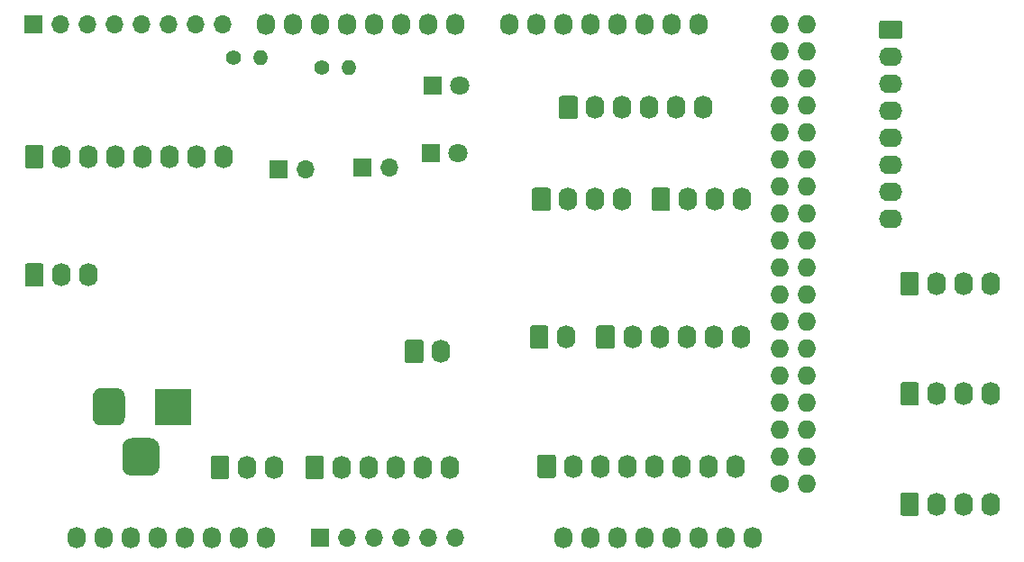
<source format=gbr>
G04 #@! TF.GenerationSoftware,KiCad,Pcbnew,(5.1.5-0-10_14)*
G04 #@! TF.CreationDate,2021-11-28T08:23:08+10:00*
G04 #@! TF.ProjectId,Hornet Forward Output Shield,486f726e-6574-4204-966f-727761726420,rev?*
G04 #@! TF.SameCoordinates,Original*
G04 #@! TF.FileFunction,Soldermask,Top*
G04 #@! TF.FilePolarity,Negative*
%FSLAX46Y46*%
G04 Gerber Fmt 4.6, Leading zero omitted, Abs format (unit mm)*
G04 Created by KiCad (PCBNEW (5.1.5-0-10_14)) date 2021-11-28 08:23:08*
%MOMM*%
%LPD*%
G04 APERTURE LIST*
%ADD10O,1.740000X2.200000*%
%ADD11C,0.100000*%
%ADD12R,3.500000X3.500000*%
%ADD13O,1.700000X1.700000*%
%ADD14R,1.700000X1.700000*%
%ADD15O,2.200000X1.740000*%
%ADD16C,1.400000*%
%ADD17O,1.400000X1.400000*%
%ADD18C,1.800000*%
%ADD19R,1.800000X1.800000*%
%ADD20C,1.727200*%
%ADD21O,1.727200X1.727200*%
%ADD22O,1.727200X2.032000*%
G04 APERTURE END LIST*
D10*
X149860000Y-112522000D03*
X147320000Y-112522000D03*
D11*
G36*
X145424505Y-111423204D02*
G01*
X145448773Y-111426804D01*
X145472572Y-111432765D01*
X145495671Y-111441030D01*
X145517850Y-111451520D01*
X145538893Y-111464132D01*
X145558599Y-111478747D01*
X145576777Y-111495223D01*
X145593253Y-111513401D01*
X145607868Y-111533107D01*
X145620480Y-111554150D01*
X145630970Y-111576329D01*
X145639235Y-111599428D01*
X145645196Y-111623227D01*
X145648796Y-111647495D01*
X145650000Y-111671999D01*
X145650000Y-113372001D01*
X145648796Y-113396505D01*
X145645196Y-113420773D01*
X145639235Y-113444572D01*
X145630970Y-113467671D01*
X145620480Y-113489850D01*
X145607868Y-113510893D01*
X145593253Y-113530599D01*
X145576777Y-113548777D01*
X145558599Y-113565253D01*
X145538893Y-113579868D01*
X145517850Y-113592480D01*
X145495671Y-113602970D01*
X145472572Y-113611235D01*
X145448773Y-113617196D01*
X145424505Y-113620796D01*
X145400001Y-113622000D01*
X144159999Y-113622000D01*
X144135495Y-113620796D01*
X144111227Y-113617196D01*
X144087428Y-113611235D01*
X144064329Y-113602970D01*
X144042150Y-113592480D01*
X144021107Y-113579868D01*
X144001401Y-113565253D01*
X143983223Y-113548777D01*
X143966747Y-113530599D01*
X143952132Y-113510893D01*
X143939520Y-113489850D01*
X143929030Y-113467671D01*
X143920765Y-113444572D01*
X143914804Y-113420773D01*
X143911204Y-113396505D01*
X143910000Y-113372001D01*
X143910000Y-111671999D01*
X143911204Y-111647495D01*
X143914804Y-111623227D01*
X143920765Y-111599428D01*
X143929030Y-111576329D01*
X143939520Y-111554150D01*
X143952132Y-111533107D01*
X143966747Y-111513401D01*
X143983223Y-111495223D01*
X144001401Y-111478747D01*
X144021107Y-111464132D01*
X144042150Y-111451520D01*
X144064329Y-111441030D01*
X144087428Y-111432765D01*
X144111227Y-111426804D01*
X144135495Y-111423204D01*
X144159999Y-111422000D01*
X145400001Y-111422000D01*
X145424505Y-111423204D01*
G37*
D10*
X166370000Y-112522000D03*
X163830000Y-112522000D03*
X161290000Y-112522000D03*
X158750000Y-112522000D03*
X156210000Y-112522000D03*
D11*
G36*
X154314505Y-111423204D02*
G01*
X154338773Y-111426804D01*
X154362572Y-111432765D01*
X154385671Y-111441030D01*
X154407850Y-111451520D01*
X154428893Y-111464132D01*
X154448599Y-111478747D01*
X154466777Y-111495223D01*
X154483253Y-111513401D01*
X154497868Y-111533107D01*
X154510480Y-111554150D01*
X154520970Y-111576329D01*
X154529235Y-111599428D01*
X154535196Y-111623227D01*
X154538796Y-111647495D01*
X154540000Y-111671999D01*
X154540000Y-113372001D01*
X154538796Y-113396505D01*
X154535196Y-113420773D01*
X154529235Y-113444572D01*
X154520970Y-113467671D01*
X154510480Y-113489850D01*
X154497868Y-113510893D01*
X154483253Y-113530599D01*
X154466777Y-113548777D01*
X154448599Y-113565253D01*
X154428893Y-113579868D01*
X154407850Y-113592480D01*
X154385671Y-113602970D01*
X154362572Y-113611235D01*
X154338773Y-113617196D01*
X154314505Y-113620796D01*
X154290001Y-113622000D01*
X153049999Y-113622000D01*
X153025495Y-113620796D01*
X153001227Y-113617196D01*
X152977428Y-113611235D01*
X152954329Y-113602970D01*
X152932150Y-113592480D01*
X152911107Y-113579868D01*
X152891401Y-113565253D01*
X152873223Y-113548777D01*
X152856747Y-113530599D01*
X152842132Y-113510893D01*
X152829520Y-113489850D01*
X152819030Y-113467671D01*
X152810765Y-113444572D01*
X152804804Y-113420773D01*
X152801204Y-113396505D01*
X152800000Y-113372001D01*
X152800000Y-111671999D01*
X152801204Y-111647495D01*
X152804804Y-111623227D01*
X152810765Y-111599428D01*
X152819030Y-111576329D01*
X152829520Y-111554150D01*
X152842132Y-111533107D01*
X152856747Y-111513401D01*
X152873223Y-111495223D01*
X152891401Y-111478747D01*
X152911107Y-111464132D01*
X152932150Y-111451520D01*
X152954329Y-111441030D01*
X152977428Y-111432765D01*
X153001227Y-111426804D01*
X153025495Y-111423204D01*
X153049999Y-111422000D01*
X154290001Y-111422000D01*
X154314505Y-111423204D01*
G37*
D10*
X165544000Y-101600000D03*
D11*
G36*
X163648505Y-100501204D02*
G01*
X163672773Y-100504804D01*
X163696572Y-100510765D01*
X163719671Y-100519030D01*
X163741850Y-100529520D01*
X163762893Y-100542132D01*
X163782599Y-100556747D01*
X163800777Y-100573223D01*
X163817253Y-100591401D01*
X163831868Y-100611107D01*
X163844480Y-100632150D01*
X163854970Y-100654329D01*
X163863235Y-100677428D01*
X163869196Y-100701227D01*
X163872796Y-100725495D01*
X163874000Y-100749999D01*
X163874000Y-102450001D01*
X163872796Y-102474505D01*
X163869196Y-102498773D01*
X163863235Y-102522572D01*
X163854970Y-102545671D01*
X163844480Y-102567850D01*
X163831868Y-102588893D01*
X163817253Y-102608599D01*
X163800777Y-102626777D01*
X163782599Y-102643253D01*
X163762893Y-102657868D01*
X163741850Y-102670480D01*
X163719671Y-102680970D01*
X163696572Y-102689235D01*
X163672773Y-102695196D01*
X163648505Y-102698796D01*
X163624001Y-102700000D01*
X162383999Y-102700000D01*
X162359495Y-102698796D01*
X162335227Y-102695196D01*
X162311428Y-102689235D01*
X162288329Y-102680970D01*
X162266150Y-102670480D01*
X162245107Y-102657868D01*
X162225401Y-102643253D01*
X162207223Y-102626777D01*
X162190747Y-102608599D01*
X162176132Y-102588893D01*
X162163520Y-102567850D01*
X162153030Y-102545671D01*
X162144765Y-102522572D01*
X162138804Y-102498773D01*
X162135204Y-102474505D01*
X162134000Y-102450001D01*
X162134000Y-100749999D01*
X162135204Y-100725495D01*
X162138804Y-100701227D01*
X162144765Y-100677428D01*
X162153030Y-100654329D01*
X162163520Y-100632150D01*
X162176132Y-100611107D01*
X162190747Y-100591401D01*
X162207223Y-100573223D01*
X162225401Y-100556747D01*
X162245107Y-100542132D01*
X162266150Y-100529520D01*
X162288329Y-100519030D01*
X162311428Y-100510765D01*
X162335227Y-100504804D01*
X162359495Y-100501204D01*
X162383999Y-100500000D01*
X163624001Y-100500000D01*
X163648505Y-100501204D01*
G37*
D10*
X145098000Y-83312000D03*
X142558000Y-83312000D03*
X140018000Y-83312000D03*
X137478000Y-83312000D03*
X134938000Y-83312000D03*
X132398000Y-83312000D03*
X129858000Y-83312000D03*
D11*
G36*
X127962505Y-82213204D02*
G01*
X127986773Y-82216804D01*
X128010572Y-82222765D01*
X128033671Y-82231030D01*
X128055850Y-82241520D01*
X128076893Y-82254132D01*
X128096599Y-82268747D01*
X128114777Y-82285223D01*
X128131253Y-82303401D01*
X128145868Y-82323107D01*
X128158480Y-82344150D01*
X128168970Y-82366329D01*
X128177235Y-82389428D01*
X128183196Y-82413227D01*
X128186796Y-82437495D01*
X128188000Y-82461999D01*
X128188000Y-84162001D01*
X128186796Y-84186505D01*
X128183196Y-84210773D01*
X128177235Y-84234572D01*
X128168970Y-84257671D01*
X128158480Y-84279850D01*
X128145868Y-84300893D01*
X128131253Y-84320599D01*
X128114777Y-84338777D01*
X128096599Y-84355253D01*
X128076893Y-84369868D01*
X128055850Y-84382480D01*
X128033671Y-84392970D01*
X128010572Y-84401235D01*
X127986773Y-84407196D01*
X127962505Y-84410796D01*
X127938001Y-84412000D01*
X126697999Y-84412000D01*
X126673495Y-84410796D01*
X126649227Y-84407196D01*
X126625428Y-84401235D01*
X126602329Y-84392970D01*
X126580150Y-84382480D01*
X126559107Y-84369868D01*
X126539401Y-84355253D01*
X126521223Y-84338777D01*
X126504747Y-84320599D01*
X126490132Y-84300893D01*
X126477520Y-84279850D01*
X126467030Y-84257671D01*
X126458765Y-84234572D01*
X126452804Y-84210773D01*
X126449204Y-84186505D01*
X126448000Y-84162001D01*
X126448000Y-82461999D01*
X126449204Y-82437495D01*
X126452804Y-82413227D01*
X126458765Y-82389428D01*
X126467030Y-82366329D01*
X126477520Y-82344150D01*
X126490132Y-82323107D01*
X126504747Y-82303401D01*
X126521223Y-82285223D01*
X126539401Y-82268747D01*
X126559107Y-82254132D01*
X126580150Y-82241520D01*
X126602329Y-82231030D01*
X126625428Y-82222765D01*
X126649227Y-82216804D01*
X126673495Y-82213204D01*
X126697999Y-82212000D01*
X127938001Y-82212000D01*
X127962505Y-82213204D01*
G37*
G36*
X138295765Y-109761213D02*
G01*
X138380704Y-109773813D01*
X138463999Y-109794677D01*
X138544848Y-109823605D01*
X138622472Y-109860319D01*
X138696124Y-109904464D01*
X138765094Y-109955616D01*
X138828718Y-110013282D01*
X138886384Y-110076906D01*
X138937536Y-110145876D01*
X138981681Y-110219528D01*
X139018395Y-110297152D01*
X139047323Y-110378001D01*
X139068187Y-110461296D01*
X139080787Y-110546235D01*
X139085000Y-110632000D01*
X139085000Y-112382000D01*
X139080787Y-112467765D01*
X139068187Y-112552704D01*
X139047323Y-112635999D01*
X139018395Y-112716848D01*
X138981681Y-112794472D01*
X138937536Y-112868124D01*
X138886384Y-112937094D01*
X138828718Y-113000718D01*
X138765094Y-113058384D01*
X138696124Y-113109536D01*
X138622472Y-113153681D01*
X138544848Y-113190395D01*
X138463999Y-113219323D01*
X138380704Y-113240187D01*
X138295765Y-113252787D01*
X138210000Y-113257000D01*
X136460000Y-113257000D01*
X136374235Y-113252787D01*
X136289296Y-113240187D01*
X136206001Y-113219323D01*
X136125152Y-113190395D01*
X136047528Y-113153681D01*
X135973876Y-113109536D01*
X135904906Y-113058384D01*
X135841282Y-113000718D01*
X135783616Y-112937094D01*
X135732464Y-112868124D01*
X135688319Y-112794472D01*
X135651605Y-112716848D01*
X135622677Y-112635999D01*
X135601813Y-112552704D01*
X135589213Y-112467765D01*
X135585000Y-112382000D01*
X135585000Y-110632000D01*
X135589213Y-110546235D01*
X135601813Y-110461296D01*
X135622677Y-110378001D01*
X135651605Y-110297152D01*
X135688319Y-110219528D01*
X135732464Y-110145876D01*
X135783616Y-110076906D01*
X135841282Y-110013282D01*
X135904906Y-109955616D01*
X135973876Y-109904464D01*
X136047528Y-109860319D01*
X136125152Y-109823605D01*
X136206001Y-109794677D01*
X136289296Y-109773813D01*
X136374235Y-109761213D01*
X136460000Y-109757000D01*
X138210000Y-109757000D01*
X138295765Y-109761213D01*
G37*
G36*
X135158513Y-105060611D02*
G01*
X135231318Y-105071411D01*
X135302714Y-105089295D01*
X135372013Y-105114090D01*
X135438548Y-105145559D01*
X135501678Y-105183398D01*
X135560795Y-105227242D01*
X135615330Y-105276670D01*
X135664758Y-105331205D01*
X135708602Y-105390322D01*
X135746441Y-105453452D01*
X135777910Y-105519987D01*
X135802705Y-105589286D01*
X135820589Y-105660682D01*
X135831389Y-105733487D01*
X135835000Y-105807000D01*
X135835000Y-107807000D01*
X135831389Y-107880513D01*
X135820589Y-107953318D01*
X135802705Y-108024714D01*
X135777910Y-108094013D01*
X135746441Y-108160548D01*
X135708602Y-108223678D01*
X135664758Y-108282795D01*
X135615330Y-108337330D01*
X135560795Y-108386758D01*
X135501678Y-108430602D01*
X135438548Y-108468441D01*
X135372013Y-108499910D01*
X135302714Y-108524705D01*
X135231318Y-108542589D01*
X135158513Y-108553389D01*
X135085000Y-108557000D01*
X133585000Y-108557000D01*
X133511487Y-108553389D01*
X133438682Y-108542589D01*
X133367286Y-108524705D01*
X133297987Y-108499910D01*
X133231452Y-108468441D01*
X133168322Y-108430602D01*
X133109205Y-108386758D01*
X133054670Y-108337330D01*
X133005242Y-108282795D01*
X132961398Y-108223678D01*
X132923559Y-108160548D01*
X132892090Y-108094013D01*
X132867295Y-108024714D01*
X132849411Y-107953318D01*
X132838611Y-107880513D01*
X132835000Y-107807000D01*
X132835000Y-105807000D01*
X132838611Y-105733487D01*
X132849411Y-105660682D01*
X132867295Y-105589286D01*
X132892090Y-105519987D01*
X132923559Y-105453452D01*
X132961398Y-105390322D01*
X133005242Y-105331205D01*
X133054670Y-105276670D01*
X133109205Y-105227242D01*
X133168322Y-105183398D01*
X133231452Y-105145559D01*
X133297987Y-105114090D01*
X133367286Y-105089295D01*
X133438682Y-105071411D01*
X133511487Y-105060611D01*
X133585000Y-105057000D01*
X135085000Y-105057000D01*
X135158513Y-105060611D01*
G37*
D12*
X140335000Y-106807000D03*
D13*
X152781000Y-84455000D03*
D14*
X150241000Y-84455000D03*
D13*
X160655000Y-84328000D03*
D14*
X158115000Y-84328000D03*
D10*
X182562000Y-87312500D03*
X180022000Y-87312500D03*
X177482000Y-87312500D03*
D11*
G36*
X175586505Y-86213704D02*
G01*
X175610773Y-86217304D01*
X175634572Y-86223265D01*
X175657671Y-86231530D01*
X175679850Y-86242020D01*
X175700893Y-86254632D01*
X175720599Y-86269247D01*
X175738777Y-86285723D01*
X175755253Y-86303901D01*
X175769868Y-86323607D01*
X175782480Y-86344650D01*
X175792970Y-86366829D01*
X175801235Y-86389928D01*
X175807196Y-86413727D01*
X175810796Y-86437995D01*
X175812000Y-86462499D01*
X175812000Y-88162501D01*
X175810796Y-88187005D01*
X175807196Y-88211273D01*
X175801235Y-88235072D01*
X175792970Y-88258171D01*
X175782480Y-88280350D01*
X175769868Y-88301393D01*
X175755253Y-88321099D01*
X175738777Y-88339277D01*
X175720599Y-88355753D01*
X175700893Y-88370368D01*
X175679850Y-88382980D01*
X175657671Y-88393470D01*
X175634572Y-88401735D01*
X175610773Y-88407696D01*
X175586505Y-88411296D01*
X175562001Y-88412500D01*
X174321999Y-88412500D01*
X174297495Y-88411296D01*
X174273227Y-88407696D01*
X174249428Y-88401735D01*
X174226329Y-88393470D01*
X174204150Y-88382980D01*
X174183107Y-88370368D01*
X174163401Y-88355753D01*
X174145223Y-88339277D01*
X174128747Y-88321099D01*
X174114132Y-88301393D01*
X174101520Y-88280350D01*
X174091030Y-88258171D01*
X174082765Y-88235072D01*
X174076804Y-88211273D01*
X174073204Y-88187005D01*
X174072000Y-88162501D01*
X174072000Y-86462499D01*
X174073204Y-86437995D01*
X174076804Y-86413727D01*
X174082765Y-86389928D01*
X174091030Y-86366829D01*
X174101520Y-86344650D01*
X174114132Y-86323607D01*
X174128747Y-86303901D01*
X174145223Y-86285723D01*
X174163401Y-86269247D01*
X174183107Y-86254632D01*
X174204150Y-86242020D01*
X174226329Y-86231530D01*
X174249428Y-86223265D01*
X174273227Y-86217304D01*
X174297495Y-86213704D01*
X174321999Y-86212500D01*
X175562001Y-86212500D01*
X175586505Y-86213704D01*
G37*
D10*
X193802000Y-87312500D03*
X191262000Y-87312500D03*
X188722000Y-87312500D03*
D11*
G36*
X186826505Y-86213704D02*
G01*
X186850773Y-86217304D01*
X186874572Y-86223265D01*
X186897671Y-86231530D01*
X186919850Y-86242020D01*
X186940893Y-86254632D01*
X186960599Y-86269247D01*
X186978777Y-86285723D01*
X186995253Y-86303901D01*
X187009868Y-86323607D01*
X187022480Y-86344650D01*
X187032970Y-86366829D01*
X187041235Y-86389928D01*
X187047196Y-86413727D01*
X187050796Y-86437995D01*
X187052000Y-86462499D01*
X187052000Y-88162501D01*
X187050796Y-88187005D01*
X187047196Y-88211273D01*
X187041235Y-88235072D01*
X187032970Y-88258171D01*
X187022480Y-88280350D01*
X187009868Y-88301393D01*
X186995253Y-88321099D01*
X186978777Y-88339277D01*
X186960599Y-88355753D01*
X186940893Y-88370368D01*
X186919850Y-88382980D01*
X186897671Y-88393470D01*
X186874572Y-88401735D01*
X186850773Y-88407696D01*
X186826505Y-88411296D01*
X186802001Y-88412500D01*
X185561999Y-88412500D01*
X185537495Y-88411296D01*
X185513227Y-88407696D01*
X185489428Y-88401735D01*
X185466329Y-88393470D01*
X185444150Y-88382980D01*
X185423107Y-88370368D01*
X185403401Y-88355753D01*
X185385223Y-88339277D01*
X185368747Y-88321099D01*
X185354132Y-88301393D01*
X185341520Y-88280350D01*
X185331030Y-88258171D01*
X185322765Y-88235072D01*
X185316804Y-88211273D01*
X185313204Y-88187005D01*
X185312000Y-88162501D01*
X185312000Y-86462499D01*
X185313204Y-86437995D01*
X185316804Y-86413727D01*
X185322765Y-86389928D01*
X185331030Y-86366829D01*
X185341520Y-86344650D01*
X185354132Y-86323607D01*
X185368747Y-86303901D01*
X185385223Y-86285723D01*
X185403401Y-86269247D01*
X185423107Y-86254632D01*
X185444150Y-86242020D01*
X185466329Y-86231530D01*
X185489428Y-86223265D01*
X185513227Y-86217304D01*
X185537495Y-86213704D01*
X185561999Y-86212500D01*
X186802001Y-86212500D01*
X186826505Y-86213704D01*
G37*
D10*
X193230000Y-112395000D03*
X190690000Y-112395000D03*
X188150000Y-112395000D03*
X185610000Y-112395000D03*
X183070000Y-112395000D03*
X180530000Y-112395000D03*
X177990000Y-112395000D03*
D11*
G36*
X176094505Y-111296204D02*
G01*
X176118773Y-111299804D01*
X176142572Y-111305765D01*
X176165671Y-111314030D01*
X176187850Y-111324520D01*
X176208893Y-111337132D01*
X176228599Y-111351747D01*
X176246777Y-111368223D01*
X176263253Y-111386401D01*
X176277868Y-111406107D01*
X176290480Y-111427150D01*
X176300970Y-111449329D01*
X176309235Y-111472428D01*
X176315196Y-111496227D01*
X176318796Y-111520495D01*
X176320000Y-111544999D01*
X176320000Y-113245001D01*
X176318796Y-113269505D01*
X176315196Y-113293773D01*
X176309235Y-113317572D01*
X176300970Y-113340671D01*
X176290480Y-113362850D01*
X176277868Y-113383893D01*
X176263253Y-113403599D01*
X176246777Y-113421777D01*
X176228599Y-113438253D01*
X176208893Y-113452868D01*
X176187850Y-113465480D01*
X176165671Y-113475970D01*
X176142572Y-113484235D01*
X176118773Y-113490196D01*
X176094505Y-113493796D01*
X176070001Y-113495000D01*
X174829999Y-113495000D01*
X174805495Y-113493796D01*
X174781227Y-113490196D01*
X174757428Y-113484235D01*
X174734329Y-113475970D01*
X174712150Y-113465480D01*
X174691107Y-113452868D01*
X174671401Y-113438253D01*
X174653223Y-113421777D01*
X174636747Y-113403599D01*
X174622132Y-113383893D01*
X174609520Y-113362850D01*
X174599030Y-113340671D01*
X174590765Y-113317572D01*
X174584804Y-113293773D01*
X174581204Y-113269505D01*
X174580000Y-113245001D01*
X174580000Y-111544999D01*
X174581204Y-111520495D01*
X174584804Y-111496227D01*
X174590765Y-111472428D01*
X174599030Y-111449329D01*
X174609520Y-111427150D01*
X174622132Y-111406107D01*
X174636747Y-111386401D01*
X174653223Y-111368223D01*
X174671401Y-111351747D01*
X174691107Y-111337132D01*
X174712150Y-111324520D01*
X174734329Y-111314030D01*
X174757428Y-111305765D01*
X174781227Y-111299804D01*
X174805495Y-111296204D01*
X174829999Y-111295000D01*
X176070001Y-111295000D01*
X176094505Y-111296204D01*
G37*
D10*
X217170000Y-105600000D03*
X214630000Y-105600000D03*
X212090000Y-105600000D03*
D11*
G36*
X210194505Y-104501204D02*
G01*
X210218773Y-104504804D01*
X210242572Y-104510765D01*
X210265671Y-104519030D01*
X210287850Y-104529520D01*
X210308893Y-104542132D01*
X210328599Y-104556747D01*
X210346777Y-104573223D01*
X210363253Y-104591401D01*
X210377868Y-104611107D01*
X210390480Y-104632150D01*
X210400970Y-104654329D01*
X210409235Y-104677428D01*
X210415196Y-104701227D01*
X210418796Y-104725495D01*
X210420000Y-104749999D01*
X210420000Y-106450001D01*
X210418796Y-106474505D01*
X210415196Y-106498773D01*
X210409235Y-106522572D01*
X210400970Y-106545671D01*
X210390480Y-106567850D01*
X210377868Y-106588893D01*
X210363253Y-106608599D01*
X210346777Y-106626777D01*
X210328599Y-106643253D01*
X210308893Y-106657868D01*
X210287850Y-106670480D01*
X210265671Y-106680970D01*
X210242572Y-106689235D01*
X210218773Y-106695196D01*
X210194505Y-106698796D01*
X210170001Y-106700000D01*
X208929999Y-106700000D01*
X208905495Y-106698796D01*
X208881227Y-106695196D01*
X208857428Y-106689235D01*
X208834329Y-106680970D01*
X208812150Y-106670480D01*
X208791107Y-106657868D01*
X208771401Y-106643253D01*
X208753223Y-106626777D01*
X208736747Y-106608599D01*
X208722132Y-106588893D01*
X208709520Y-106567850D01*
X208699030Y-106545671D01*
X208690765Y-106522572D01*
X208684804Y-106498773D01*
X208681204Y-106474505D01*
X208680000Y-106450001D01*
X208680000Y-104749999D01*
X208681204Y-104725495D01*
X208684804Y-104701227D01*
X208690765Y-104677428D01*
X208699030Y-104654329D01*
X208709520Y-104632150D01*
X208722132Y-104611107D01*
X208736747Y-104591401D01*
X208753223Y-104573223D01*
X208771401Y-104556747D01*
X208791107Y-104542132D01*
X208812150Y-104529520D01*
X208834329Y-104519030D01*
X208857428Y-104510765D01*
X208881227Y-104504804D01*
X208905495Y-104501204D01*
X208929999Y-104500000D01*
X210170001Y-104500000D01*
X210194505Y-104501204D01*
G37*
D10*
X217170000Y-115951000D03*
X214630000Y-115951000D03*
X212090000Y-115951000D03*
D11*
G36*
X210194505Y-114852204D02*
G01*
X210218773Y-114855804D01*
X210242572Y-114861765D01*
X210265671Y-114870030D01*
X210287850Y-114880520D01*
X210308893Y-114893132D01*
X210328599Y-114907747D01*
X210346777Y-114924223D01*
X210363253Y-114942401D01*
X210377868Y-114962107D01*
X210390480Y-114983150D01*
X210400970Y-115005329D01*
X210409235Y-115028428D01*
X210415196Y-115052227D01*
X210418796Y-115076495D01*
X210420000Y-115100999D01*
X210420000Y-116801001D01*
X210418796Y-116825505D01*
X210415196Y-116849773D01*
X210409235Y-116873572D01*
X210400970Y-116896671D01*
X210390480Y-116918850D01*
X210377868Y-116939893D01*
X210363253Y-116959599D01*
X210346777Y-116977777D01*
X210328599Y-116994253D01*
X210308893Y-117008868D01*
X210287850Y-117021480D01*
X210265671Y-117031970D01*
X210242572Y-117040235D01*
X210218773Y-117046196D01*
X210194505Y-117049796D01*
X210170001Y-117051000D01*
X208929999Y-117051000D01*
X208905495Y-117049796D01*
X208881227Y-117046196D01*
X208857428Y-117040235D01*
X208834329Y-117031970D01*
X208812150Y-117021480D01*
X208791107Y-117008868D01*
X208771401Y-116994253D01*
X208753223Y-116977777D01*
X208736747Y-116959599D01*
X208722132Y-116939893D01*
X208709520Y-116918850D01*
X208699030Y-116896671D01*
X208690765Y-116873572D01*
X208684804Y-116849773D01*
X208681204Y-116825505D01*
X208680000Y-116801001D01*
X208680000Y-115100999D01*
X208681204Y-115076495D01*
X208684804Y-115052227D01*
X208690765Y-115028428D01*
X208699030Y-115005329D01*
X208709520Y-114983150D01*
X208722132Y-114962107D01*
X208736747Y-114942401D01*
X208753223Y-114924223D01*
X208771401Y-114907747D01*
X208791107Y-114893132D01*
X208812150Y-114880520D01*
X208834329Y-114870030D01*
X208857428Y-114861765D01*
X208881227Y-114855804D01*
X208905495Y-114852204D01*
X208929999Y-114851000D01*
X210170001Y-114851000D01*
X210194505Y-114852204D01*
G37*
D15*
X207772000Y-89154000D03*
X207772000Y-86614000D03*
X207772000Y-84074000D03*
X207772000Y-81534000D03*
X207772000Y-78994000D03*
X207772000Y-76454000D03*
X207772000Y-73914000D03*
D11*
G36*
X208646505Y-70505204D02*
G01*
X208670773Y-70508804D01*
X208694572Y-70514765D01*
X208717671Y-70523030D01*
X208739850Y-70533520D01*
X208760893Y-70546132D01*
X208780599Y-70560747D01*
X208798777Y-70577223D01*
X208815253Y-70595401D01*
X208829868Y-70615107D01*
X208842480Y-70636150D01*
X208852970Y-70658329D01*
X208861235Y-70681428D01*
X208867196Y-70705227D01*
X208870796Y-70729495D01*
X208872000Y-70753999D01*
X208872000Y-71994001D01*
X208870796Y-72018505D01*
X208867196Y-72042773D01*
X208861235Y-72066572D01*
X208852970Y-72089671D01*
X208842480Y-72111850D01*
X208829868Y-72132893D01*
X208815253Y-72152599D01*
X208798777Y-72170777D01*
X208780599Y-72187253D01*
X208760893Y-72201868D01*
X208739850Y-72214480D01*
X208717671Y-72224970D01*
X208694572Y-72233235D01*
X208670773Y-72239196D01*
X208646505Y-72242796D01*
X208622001Y-72244000D01*
X206921999Y-72244000D01*
X206897495Y-72242796D01*
X206873227Y-72239196D01*
X206849428Y-72233235D01*
X206826329Y-72224970D01*
X206804150Y-72214480D01*
X206783107Y-72201868D01*
X206763401Y-72187253D01*
X206745223Y-72170777D01*
X206728747Y-72152599D01*
X206714132Y-72132893D01*
X206701520Y-72111850D01*
X206691030Y-72089671D01*
X206682765Y-72066572D01*
X206676804Y-72042773D01*
X206673204Y-72018505D01*
X206672000Y-71994001D01*
X206672000Y-70753999D01*
X206673204Y-70729495D01*
X206676804Y-70705227D01*
X206682765Y-70681428D01*
X206691030Y-70658329D01*
X206701520Y-70636150D01*
X206714132Y-70615107D01*
X206728747Y-70595401D01*
X206745223Y-70577223D01*
X206763401Y-70560747D01*
X206783107Y-70546132D01*
X206804150Y-70533520D01*
X206826329Y-70523030D01*
X206849428Y-70514765D01*
X206873227Y-70508804D01*
X206897495Y-70505204D01*
X206921999Y-70504000D01*
X208622001Y-70504000D01*
X208646505Y-70505204D01*
G37*
D10*
X217170000Y-95250000D03*
X214630000Y-95250000D03*
X212090000Y-95250000D03*
D11*
G36*
X210194505Y-94151204D02*
G01*
X210218773Y-94154804D01*
X210242572Y-94160765D01*
X210265671Y-94169030D01*
X210287850Y-94179520D01*
X210308893Y-94192132D01*
X210328599Y-94206747D01*
X210346777Y-94223223D01*
X210363253Y-94241401D01*
X210377868Y-94261107D01*
X210390480Y-94282150D01*
X210400970Y-94304329D01*
X210409235Y-94327428D01*
X210415196Y-94351227D01*
X210418796Y-94375495D01*
X210420000Y-94399999D01*
X210420000Y-96100001D01*
X210418796Y-96124505D01*
X210415196Y-96148773D01*
X210409235Y-96172572D01*
X210400970Y-96195671D01*
X210390480Y-96217850D01*
X210377868Y-96238893D01*
X210363253Y-96258599D01*
X210346777Y-96276777D01*
X210328599Y-96293253D01*
X210308893Y-96307868D01*
X210287850Y-96320480D01*
X210265671Y-96330970D01*
X210242572Y-96339235D01*
X210218773Y-96345196D01*
X210194505Y-96348796D01*
X210170001Y-96350000D01*
X208929999Y-96350000D01*
X208905495Y-96348796D01*
X208881227Y-96345196D01*
X208857428Y-96339235D01*
X208834329Y-96330970D01*
X208812150Y-96320480D01*
X208791107Y-96307868D01*
X208771401Y-96293253D01*
X208753223Y-96276777D01*
X208736747Y-96258599D01*
X208722132Y-96238893D01*
X208709520Y-96217850D01*
X208699030Y-96195671D01*
X208690765Y-96172572D01*
X208684804Y-96148773D01*
X208681204Y-96124505D01*
X208680000Y-96100001D01*
X208680000Y-94399999D01*
X208681204Y-94375495D01*
X208684804Y-94351227D01*
X208690765Y-94327428D01*
X208699030Y-94304329D01*
X208709520Y-94282150D01*
X208722132Y-94261107D01*
X208736747Y-94241401D01*
X208753223Y-94223223D01*
X208771401Y-94206747D01*
X208791107Y-94192132D01*
X208812150Y-94179520D01*
X208834329Y-94169030D01*
X208857428Y-94160765D01*
X208881227Y-94154804D01*
X208905495Y-94151204D01*
X208929999Y-94150000D01*
X210170001Y-94150000D01*
X210194505Y-94151204D01*
G37*
D10*
X193675000Y-100266000D03*
X191135000Y-100266000D03*
X188595000Y-100266000D03*
X186055000Y-100266000D03*
X183515000Y-100266000D03*
D11*
G36*
X181619505Y-99167204D02*
G01*
X181643773Y-99170804D01*
X181667572Y-99176765D01*
X181690671Y-99185030D01*
X181712850Y-99195520D01*
X181733893Y-99208132D01*
X181753599Y-99222747D01*
X181771777Y-99239223D01*
X181788253Y-99257401D01*
X181802868Y-99277107D01*
X181815480Y-99298150D01*
X181825970Y-99320329D01*
X181834235Y-99343428D01*
X181840196Y-99367227D01*
X181843796Y-99391495D01*
X181845000Y-99415999D01*
X181845000Y-101116001D01*
X181843796Y-101140505D01*
X181840196Y-101164773D01*
X181834235Y-101188572D01*
X181825970Y-101211671D01*
X181815480Y-101233850D01*
X181802868Y-101254893D01*
X181788253Y-101274599D01*
X181771777Y-101292777D01*
X181753599Y-101309253D01*
X181733893Y-101323868D01*
X181712850Y-101336480D01*
X181690671Y-101346970D01*
X181667572Y-101355235D01*
X181643773Y-101361196D01*
X181619505Y-101364796D01*
X181595001Y-101366000D01*
X180354999Y-101366000D01*
X180330495Y-101364796D01*
X180306227Y-101361196D01*
X180282428Y-101355235D01*
X180259329Y-101346970D01*
X180237150Y-101336480D01*
X180216107Y-101323868D01*
X180196401Y-101309253D01*
X180178223Y-101292777D01*
X180161747Y-101274599D01*
X180147132Y-101254893D01*
X180134520Y-101233850D01*
X180124030Y-101211671D01*
X180115765Y-101188572D01*
X180109804Y-101164773D01*
X180106204Y-101140505D01*
X180105000Y-101116001D01*
X180105000Y-99415999D01*
X180106204Y-99391495D01*
X180109804Y-99367227D01*
X180115765Y-99343428D01*
X180124030Y-99320329D01*
X180134520Y-99298150D01*
X180147132Y-99277107D01*
X180161747Y-99257401D01*
X180178223Y-99239223D01*
X180196401Y-99222747D01*
X180216107Y-99208132D01*
X180237150Y-99195520D01*
X180259329Y-99185030D01*
X180282428Y-99176765D01*
X180306227Y-99170804D01*
X180330495Y-99167204D01*
X180354999Y-99166000D01*
X181595001Y-99166000D01*
X181619505Y-99167204D01*
G37*
D10*
X132398000Y-94424500D03*
X129858000Y-94424500D03*
D11*
G36*
X127962505Y-93325704D02*
G01*
X127986773Y-93329304D01*
X128010572Y-93335265D01*
X128033671Y-93343530D01*
X128055850Y-93354020D01*
X128076893Y-93366632D01*
X128096599Y-93381247D01*
X128114777Y-93397723D01*
X128131253Y-93415901D01*
X128145868Y-93435607D01*
X128158480Y-93456650D01*
X128168970Y-93478829D01*
X128177235Y-93501928D01*
X128183196Y-93525727D01*
X128186796Y-93549995D01*
X128188000Y-93574499D01*
X128188000Y-95274501D01*
X128186796Y-95299005D01*
X128183196Y-95323273D01*
X128177235Y-95347072D01*
X128168970Y-95370171D01*
X128158480Y-95392350D01*
X128145868Y-95413393D01*
X128131253Y-95433099D01*
X128114777Y-95451277D01*
X128096599Y-95467753D01*
X128076893Y-95482368D01*
X128055850Y-95494980D01*
X128033671Y-95505470D01*
X128010572Y-95513735D01*
X127986773Y-95519696D01*
X127962505Y-95523296D01*
X127938001Y-95524500D01*
X126697999Y-95524500D01*
X126673495Y-95523296D01*
X126649227Y-95519696D01*
X126625428Y-95513735D01*
X126602329Y-95505470D01*
X126580150Y-95494980D01*
X126559107Y-95482368D01*
X126539401Y-95467753D01*
X126521223Y-95451277D01*
X126504747Y-95433099D01*
X126490132Y-95413393D01*
X126477520Y-95392350D01*
X126467030Y-95370171D01*
X126458765Y-95347072D01*
X126452804Y-95323273D01*
X126449204Y-95299005D01*
X126448000Y-95274501D01*
X126448000Y-93574499D01*
X126449204Y-93549995D01*
X126452804Y-93525727D01*
X126458765Y-93501928D01*
X126467030Y-93478829D01*
X126477520Y-93456650D01*
X126490132Y-93435607D01*
X126504747Y-93415901D01*
X126521223Y-93397723D01*
X126539401Y-93381247D01*
X126559107Y-93366632D01*
X126580150Y-93354020D01*
X126602329Y-93343530D01*
X126625428Y-93335265D01*
X126649227Y-93329304D01*
X126673495Y-93325704D01*
X126697999Y-93324500D01*
X127938001Y-93324500D01*
X127962505Y-93325704D01*
G37*
D16*
X154305000Y-74930000D03*
D17*
X156845000Y-74930000D03*
D16*
X146050000Y-73977500D03*
D17*
X148590000Y-73977500D03*
D10*
X190182000Y-78676500D03*
X187642000Y-78676500D03*
X185102000Y-78676500D03*
X182562000Y-78676500D03*
X180022000Y-78676500D03*
D11*
G36*
X178126505Y-77577704D02*
G01*
X178150773Y-77581304D01*
X178174572Y-77587265D01*
X178197671Y-77595530D01*
X178219850Y-77606020D01*
X178240893Y-77618632D01*
X178260599Y-77633247D01*
X178278777Y-77649723D01*
X178295253Y-77667901D01*
X178309868Y-77687607D01*
X178322480Y-77708650D01*
X178332970Y-77730829D01*
X178341235Y-77753928D01*
X178347196Y-77777727D01*
X178350796Y-77801995D01*
X178352000Y-77826499D01*
X178352000Y-79526501D01*
X178350796Y-79551005D01*
X178347196Y-79575273D01*
X178341235Y-79599072D01*
X178332970Y-79622171D01*
X178322480Y-79644350D01*
X178309868Y-79665393D01*
X178295253Y-79685099D01*
X178278777Y-79703277D01*
X178260599Y-79719753D01*
X178240893Y-79734368D01*
X178219850Y-79746980D01*
X178197671Y-79757470D01*
X178174572Y-79765735D01*
X178150773Y-79771696D01*
X178126505Y-79775296D01*
X178102001Y-79776500D01*
X176861999Y-79776500D01*
X176837495Y-79775296D01*
X176813227Y-79771696D01*
X176789428Y-79765735D01*
X176766329Y-79757470D01*
X176744150Y-79746980D01*
X176723107Y-79734368D01*
X176703401Y-79719753D01*
X176685223Y-79703277D01*
X176668747Y-79685099D01*
X176654132Y-79665393D01*
X176641520Y-79644350D01*
X176631030Y-79622171D01*
X176622765Y-79599072D01*
X176616804Y-79575273D01*
X176613204Y-79551005D01*
X176612000Y-79526501D01*
X176612000Y-77826499D01*
X176613204Y-77801995D01*
X176616804Y-77777727D01*
X176622765Y-77753928D01*
X176631030Y-77730829D01*
X176641520Y-77708650D01*
X176654132Y-77687607D01*
X176668747Y-77667901D01*
X176685223Y-77649723D01*
X176703401Y-77633247D01*
X176723107Y-77618632D01*
X176744150Y-77606020D01*
X176766329Y-77595530D01*
X176789428Y-77587265D01*
X176813227Y-77581304D01*
X176837495Y-77577704D01*
X176861999Y-77576500D01*
X178102001Y-77576500D01*
X178126505Y-77577704D01*
G37*
D10*
X177292000Y-100266000D03*
D11*
G36*
X175396505Y-99167204D02*
G01*
X175420773Y-99170804D01*
X175444572Y-99176765D01*
X175467671Y-99185030D01*
X175489850Y-99195520D01*
X175510893Y-99208132D01*
X175530599Y-99222747D01*
X175548777Y-99239223D01*
X175565253Y-99257401D01*
X175579868Y-99277107D01*
X175592480Y-99298150D01*
X175602970Y-99320329D01*
X175611235Y-99343428D01*
X175617196Y-99367227D01*
X175620796Y-99391495D01*
X175622000Y-99415999D01*
X175622000Y-101116001D01*
X175620796Y-101140505D01*
X175617196Y-101164773D01*
X175611235Y-101188572D01*
X175602970Y-101211671D01*
X175592480Y-101233850D01*
X175579868Y-101254893D01*
X175565253Y-101274599D01*
X175548777Y-101292777D01*
X175530599Y-101309253D01*
X175510893Y-101323868D01*
X175489850Y-101336480D01*
X175467671Y-101346970D01*
X175444572Y-101355235D01*
X175420773Y-101361196D01*
X175396505Y-101364796D01*
X175372001Y-101366000D01*
X174131999Y-101366000D01*
X174107495Y-101364796D01*
X174083227Y-101361196D01*
X174059428Y-101355235D01*
X174036329Y-101346970D01*
X174014150Y-101336480D01*
X173993107Y-101323868D01*
X173973401Y-101309253D01*
X173955223Y-101292777D01*
X173938747Y-101274599D01*
X173924132Y-101254893D01*
X173911520Y-101233850D01*
X173901030Y-101211671D01*
X173892765Y-101188572D01*
X173886804Y-101164773D01*
X173883204Y-101140505D01*
X173882000Y-101116001D01*
X173882000Y-99415999D01*
X173883204Y-99391495D01*
X173886804Y-99367227D01*
X173892765Y-99343428D01*
X173901030Y-99320329D01*
X173911520Y-99298150D01*
X173924132Y-99277107D01*
X173938747Y-99257401D01*
X173955223Y-99239223D01*
X173973401Y-99222747D01*
X173993107Y-99208132D01*
X174014150Y-99195520D01*
X174036329Y-99185030D01*
X174059428Y-99176765D01*
X174083227Y-99170804D01*
X174107495Y-99167204D01*
X174131999Y-99166000D01*
X175372001Y-99166000D01*
X175396505Y-99167204D01*
G37*
D18*
X167132000Y-82931000D03*
D19*
X164592000Y-82931000D03*
D18*
X167259000Y-76581000D03*
D19*
X164719000Y-76581000D03*
D13*
X145034000Y-70866000D03*
X142494000Y-70866000D03*
X139954000Y-70866000D03*
X137414000Y-70866000D03*
X134874000Y-70866000D03*
X132334000Y-70866000D03*
X129794000Y-70866000D03*
D14*
X127254000Y-70866000D03*
D13*
X166878000Y-119126000D03*
X164338000Y-119126000D03*
X161798000Y-119126000D03*
X159258000Y-119126000D03*
X156718000Y-119126000D03*
D14*
X154178000Y-119126000D03*
D20*
X197358000Y-114046000D03*
D21*
X199898000Y-114046000D03*
X197358000Y-111506000D03*
X199898000Y-111506000D03*
X197358000Y-108966000D03*
X199898000Y-108966000D03*
X197358000Y-106426000D03*
X199898000Y-106426000D03*
X197358000Y-103886000D03*
X199898000Y-103886000D03*
X197358000Y-101346000D03*
X199898000Y-101346000D03*
X197358000Y-98806000D03*
X199898000Y-98806000D03*
X197358000Y-96266000D03*
X199898000Y-96266000D03*
X197358000Y-93726000D03*
X199898000Y-93726000D03*
X197358000Y-91186000D03*
X199898000Y-91186000D03*
X197358000Y-88646000D03*
X199898000Y-88646000D03*
X197358000Y-86106000D03*
X199898000Y-86106000D03*
X197358000Y-83566000D03*
X199898000Y-83566000D03*
X197358000Y-81026000D03*
X199898000Y-81026000D03*
X197358000Y-78486000D03*
X199898000Y-78486000D03*
X197358000Y-75946000D03*
X199898000Y-75946000D03*
X197358000Y-73406000D03*
X199898000Y-73406000D03*
X197358000Y-70866000D03*
X199898000Y-70866000D03*
D22*
X131318000Y-119126000D03*
X133858000Y-119126000D03*
X136398000Y-119126000D03*
X138938000Y-119126000D03*
X141478000Y-119126000D03*
X144018000Y-119126000D03*
X146558000Y-119126000D03*
X149098000Y-119126000D03*
X177038000Y-119126000D03*
X179578000Y-119126000D03*
X182118000Y-119126000D03*
X184658000Y-119126000D03*
X187198000Y-119126000D03*
X189738000Y-119126000D03*
X192278000Y-119126000D03*
X194818000Y-119126000D03*
X149098000Y-70866000D03*
X151638000Y-70866000D03*
X154178000Y-70866000D03*
X156718000Y-70866000D03*
X159258000Y-70866000D03*
X161798000Y-70866000D03*
X164338000Y-70866000D03*
X166878000Y-70866000D03*
X171958000Y-70866000D03*
X174498000Y-70866000D03*
X177038000Y-70866000D03*
X179578000Y-70866000D03*
X182118000Y-70866000D03*
X184658000Y-70866000D03*
X187198000Y-70866000D03*
X189738000Y-70866000D03*
M02*

</source>
